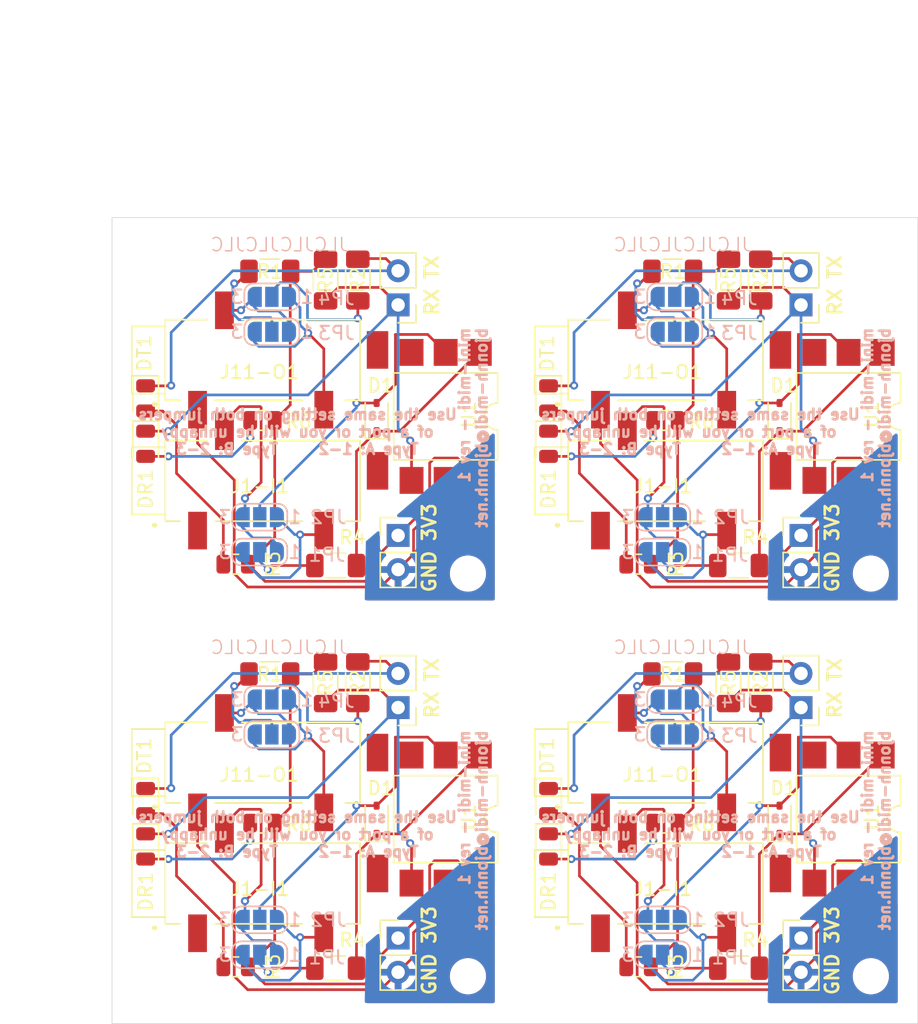
<source format=kicad_pcb>
(kicad_pcb (version 20240108) (generator "pcbnew") (generator_version "8.0")
  (layers (0 "F.Cu" signal) (31 "B.Cu" signal) (34 "B.Paste" user) (35 "F.Paste" user) (36 "B.SilkS" user "B.Silkscreen") (37 "F.SilkS" user "F.Silkscreen") (38 "B.Mask" user) (39 "F.Mask" user) (44 "Edge.Cuts" user))
  (net 0 "")
  (net 1 "Net-(D1-K)")
  (net 2 "Net-(D1-A)")
  (net 4 "Net-(JP1-B)")
  (net 5 "Net-(JP1-A)")
  (net 6 "Net-(JP3-A)")
  (net 7 "Net-(JP3-B)")
  (net 8 "Net-(JP3-C)")
  (net 9 "Net-(JP4-C)")
  (net 10 "Net-(JP1-C)")
  (net 11 "+3V3")
  (net 12 "/Midi Output 1/TX")
  (net 13 "/MIDI input 1/RX")
  (net 14 "GND")
  (net 18 "Net-(DR1-A)")
  (net 19 "Net-(DT1-A)")
  (footprint "Resistor_SMD:R_1206_3216Metric_Pad1.30x1.75mm_HandSolder" (layer "F.Cu") (at 130.75 112.975 180)
    (property "Reference" "R1")
    (property "Value" "33" (hide yes))
  )
  (footprint "Connector_PinHeader_2.54mm:PinHeader_1x02_P2.54mm_Vertical" (layer "F.Cu") (at 140.3 132.635)
    (property "Reference" "J1" (hide yes))
    (property "Value" "Conn_01x02_Pin" (hide yes))
  )
  (footprint "Connector_PinHeader_2.54mm:PinHeader_1x02_P2.54mm_Vertical" (layer "F.Cu") (at 170.3 132.635)
    (property "Reference" "J1" (hide yes))
    (property "Value" "Conn_01x02_Pin" (hide yes))
  )
  (footprint "MountingHole:MountingHole_2.2mm_M2" (layer "F.Cu") (at 175.5 82.5)
    (property "Reference" "REF**" (hide yes))
    (property "Value" "MountingHole_2.2mm_M2" (hide yes))
  )
  (footprint "MountingHole:MountingHole_2.2mm_M2" (layer "F.Cu") (at 145.5 112.475)
    (property "Reference" "REF**" (hide yes))
    (property "Value" "MountingHole_2.2mm_M2" (hide yes))
  )
  (footprint "Resistor_SMD:R_1206_3216Metric_Pad1.30x1.75mm_HandSolder" (layer "F.Cu") (at 165.65 104.9)
    (property "Reference" "R4")
    (property "Value" "220")
  )
  (footprint "Resistor_SMD:R_1206_3216Metric_Pad1.30x1.75mm_HandSolder" (layer "F.Cu") (at 160.75 112.975 180)
    (property "Reference" "R1")
    (property "Value" "33" (hide yes))
  )
  (footprint "Resistor_SMD:R_1206_3216Metric_Pad1.30x1.75mm_HandSolder" (layer "F.Cu") (at 164.9 113.625 90)
    (property "Reference" "R5")
    (property "Value" "470")
  )
  (footprint "Resistor_SMD:R_1206_3216Metric_Pad1.30x1.75mm_HandSolder" (layer "F.Cu") (at 137.3 83.65 -90)
    (property "Reference" "R2")
    (property "Value" "10")
  )
  (footprint "MountingHole:MountingHole_2.2mm_M2" (layer "F.Cu") (at 145.5 105.5)
    (property "Reference" "REF**" (hide yes))
    (property "Value" "MountingHole_2.2mm_M2" (hide yes))
  )
  (footprint "Resistor_SMD:R_1206_3216Metric_Pad1.30x1.75mm_HandSolder" (layer "F.Cu") (at 167.3 83.65 -90)
    (property "Reference" "R2")
    (property "Value" "10")
  )
  (footprint "Resistor_SMD:R_0805_2012Metric" (layer "F.Cu") (at 130.2 94.1 180)
    (property "Reference" "R6")
    (property "Value" "2.2K")
  )
  (footprint "MIDI_projects:CUI_SJ-3524-SMT" (layer "F.Cu") (at 126.468098 89.6)
    (property "Reference" "J11-O1")
    (property "Value" "SJ-3524-SMT" (hide yes))
  )
  (footprint "MIDI_projects:CUI_SJ-3524-SMT" (layer "F.Cu") (at 156.468098 128.575)
    (property "Reference" "J1-I1")
    (property "Value" "SJ-3524-SMT" (hide yes))
  )
  (footprint "Resistor_SMD:R_0805_2012Metric" (layer "F.Cu") (at 158.2 134.775 180)
    (property "Reference" "R3")
    (property "Value" "2.2K")
  )
  (footprint "MountingHole:MountingHole_2.2mm_M2" (layer "F.Cu") (at 152.5 82.5)
    (property "Reference" "REF**" (hide yes))
    (property "Value" "MountingHole_2.2mm_M2" (hide yes))
  )
  (footprint "Connector_PinHeader_2.54mm:PinHeader_1x02_P2.54mm_Vertical" (layer "F.Cu") (at 170.3 102.66)
    (property "Reference" "J1" (hide yes))
    (property "Value" "Conn_01x02_Pin" (hide yes))
  )
  (footprint "Resistor_SMD:R_0805_2012Metric" (layer "F.Cu") (at 128.2 134.775 180)
    (property "Reference" "R3")
    (property "Value" "2.2K")
  )
  (footprint "MountingHole:MountingHole_2.2mm_M2" (layer "F.Cu") (at 175.5 112.475)
    (property "Reference" "REF**" (hide yes))
    (property "Value" "MountingHole_2.2mm_M2" (hide yes))
  )
  (footprint "MIDI_projects:CUI_SJ-3524-SMT" (layer "F.Cu") (at 156.468098 119.575)
    (property "Reference" "J11-O1")
    (property "Value" "SJ-3524-SMT" (hide yes))
  )
  (footprint "MIDI_projects:CUI_SJ-3524-SMT" (layer "F.Cu") (at 156.468098 89.6)
    (property "Reference" "J11-O1")
    (property "Value" "SJ-3524-SMT" (hide yes))
  )
  (footprint "LED_SMD:LED_0805_2012Metric" (layer "F.Cu") (at 151.5 92.4625 -90)
    (property "Reference" "DT1")
    (property "Value" "LED" (hide yes))
  )
  (footprint "Resistor_SMD:R_0805_2012Metric" (layer "F.Cu") (at 130.2 124.075 180)
    (property "Reference" "R6")
    (property "Value" "2.2K")
  )
  (footprint "MIDI_projects:CUI_SJ-3524-SMT" (layer "F.Cu") (at 126.468098 98.6)
    (property "Reference" "J1-I1")
    (property "Value" "SJ-3524-SMT" (hide yes))
  )
  (footprint "MountingHole:MountingHole_2.2mm_M2" (layer "F.Cu") (at 175.5 135.475)
    (property "Reference" "REF**" (hide yes))
    (property "Value" "MountingHole_2.2mm_M2" (hide yes))
  )
  (footprint "MountingHole:MountingHole_2.2mm_M2" (layer "F.Cu") (at 145.5 82.5)
    (property "Reference" "REF**" (hide yes))
    (property "Value" "MountingHole_2.2mm_M2" (hide yes))
  )
  (footprint "MountingHole:MountingHole_2.2mm_M2" (layer "F.Cu") (at 122.5 105.5 180)
    (property "Reference" "REF**" (hide yes))
    (property "Value" "MountingHole_2.2mm_M2" (hide yes))
  )
  (footprint "Package_DIP:SMDIP-6_W9.53mm" (layer "F.Cu") (at 173.84 123.775 -90)
    (property "Reference" "U1")
    (property "Value" "H11L1")
  )
  (footprint "LED_SMD:LED_0805_2012Metric" (layer "F.Cu") (at 151.5 125.8125 -90)
    (property "Reference" "DR1")
    (property "Value" "LED" (hide yes))
  )
  (footprint "Resistor_SMD:R_1206_3216Metric_Pad1.30x1.75mm_HandSolder" (layer "F.Cu") (at 165.65 134.875)
    (property "Reference" "R4")
    (property "Value" "220")
  )
  (footprint "MountingHole:MountingHole_2.2mm_M2" (layer "F.Cu") (at 122.5 135.475 180)
    (property "Reference" "REF**" (hide yes))
    (property "Value" "MountingHole_2.2mm_M2" (hide yes))
  )
  (footprint "MIDI_projects:CUI_SJ-3524-SMT" (layer "F.Cu") (at 126.468098 128.575)
    (property "Reference" "J1-I1")
    (property "Value" "SJ-3524-SMT" (hide yes))
  )
  (footprint "Resistor_SMD:R_1206_3216Metric_Pad1.30x1.75mm_HandSolder" (layer "F.Cu") (at 130.75 83 180)
    (property "Reference" "R1")
    (property "Value" "33" (hide yes))
  )
  (footprint "MountingHole:MountingHole_2.2mm_M2" (layer "F.Cu") (at 122.5 82.5)
    (property "Reference" "REF**" (hide yes))
    (property "Value" "MountingHole_2.2mm_M2" (hide yes))
  )
  (footprint "MIDI_projects:CUI_SJ-3524-SMT" (layer "F.Cu") (at 126.468098 119.575)
    (property "Reference" "J11-O1")
    (property "Value" "SJ-3524-SMT" (hide yes))
  )
  (footprint "Resistor_SMD:R_1206_3216Metric_Pad1.30x1.75mm_HandSolder" (layer "F.Cu") (at 164.9 83.65 90)
    (property "Reference" "R5")
    (property "Value" "470")
  )
  (footprint "MountingHole:MountingHole_2.2mm_M2" (layer "F.Cu") (at 175.5 105.5)
    (property "Reference" "REF**" (hide yes))
    (property "Value" "MountingHole_2.2mm_M2" (hide yes))
  )
  (footprint "Resistor_SMD:R_0805_2012Metric" (layer "F.Cu") (at 128.2 104.8 180)
    (property "Reference" "R3")
    (property "Value" "2.2K")
  )
  (footprint "Resistor_SMD:R_1206_3216Metric_Pad1.30x1.75mm_HandSolder" (layer "F.Cu") (at 137.3 113.625 -90)
    (property "Reference" "R2")
    (property "Value" "10")
  )
  (footprint "Diode_SMD:D_SOD-323" (layer "F.Cu") (at 138.7 123.825 90)
    (property "Reference" "D1")
    (property "Value" "1N4148WS" (hide yes))
  )
  (footprint "Diode_SMD:D_SOD-323" (layer "F.Cu") (at 138.7 93.85 90)
    (property "Reference" "D1")
    (property "Value" "1N4148WS" (hide yes))
  )
  (footprint "Resistor_SMD:R_1206_3216Metric_Pad1.30x1.75mm_HandSolder" (layer "F.Cu") (at 135.65 134.875)
    (property "Reference" "R4")
    (property "Value" "220")
  )
  (footprint "Resistor_SMD:R_1206_3216Metric_Pad1.30x1.75mm_HandSolder" (layer "F.Cu") (at 134.9 113.625 90)
    (property "Reference" "R5")
    (property "Value" "470")
  )
  (footprint "MountingHole:MountingHole_2.2mm_M2" (layer "F.Cu") (at 122.5 112.475)
    (property "Reference" "REF**" (hide yes))
    (property "Value" "MountingHole_2.2mm_M2" (hide yes))
  )
  (footprint "Resistor_SMD:R_1206_3216Metric_Pad1.30x1.75mm_HandSolder" (layer "F.Cu") (at 160.75 83 180)
    (property "Reference" "R1")
    (property "Value" "33" (hide yes))
  )
  (footprint "Resistor_SMD:R_1206_3216Metric_Pad1.30x1.75mm_HandSolder" (layer "F.Cu") (at 167.3 113.625 -90)
    (property "Reference" "R2")
    (property "Value" "10")
  )
  (footprint "LED_SMD:LED_0805_2012Metric" (layer "F.Cu") (at 121.5 92.4625 -90)
    (property "Reference" "DT1")
    (property "Value" "LED" (hide yes))
  )
  (footprint "Package_DIP:SMDIP-6_W9.53mm" (layer "F.Cu") (at 143.84 93.8 -90)
    (property "Reference" "U1")
    (property "Value" "H11L1")
  )
  (footprint "Resistor_SMD:R_0805_2012Metric" (layer "F.Cu") (at 160.2 124.075 180)
    (property "Reference" "R6")
    (property "Value" "2.2K")
  )
  (footprint "MountingHole:MountingHole_2.2mm_M2" (layer "F.Cu") (at 152.5 112.475)
    (property "Reference" "REF**" (hide yes))
    (property "Value" "MountingHole_2.2mm_M2" (hide yes))
  )
  (footprint "LED_SMD:LED_0805_2012Metric" (layer "F.Cu") (at 121.5 125.8125 -90)
    (property "Reference" "DR1")
    (property "Value" "LED" (hide yes))
  )
  (footprint "Resistor_SMD:R_1206_3216Metric_Pad1.30x1.75mm_HandSolder" (layer "F.Cu") (at 134.9 83.65 90)
    (property "Reference" "R5")
    (property "Value" "470")
  )
  (footprint "MountingHole:MountingHole_2.2mm_M2" (layer "F.Cu") (at 152.5 105.5 180)
    (property "Reference" "REF**" (hide yes))
    (property "Value" "MountingHole_2.2mm_M2" (hide yes))
  )
  (footprint "Connector_PinHeader_2.54mm:PinHeader_1x02_P2.54mm_Vertical" (layer "F.Cu") (at 140.3 85.5 180)
    (property "Reference" "J2" (hide yes))
    (property "Value" "Conn_01x02_Pin" (hide yes))
  )
  (footprint "LED_SMD:LED_0805_2012Metric" (layer "F.Cu") (at 121.5 95.8375 -90)
    (property "Reference" "DR1")
    (property "Value" "LED" (hide yes))
  )
  (footprint "Diode_SMD:D_SOD-323" (layer "F.Cu") (at 168.7 93.85 90)
    (property "Reference" "D1")
    (property "Value" "1N4148WS" (hide yes))
  )
  (footprint "MountingHole:MountingHole_2.2mm_M2" (layer "F.Cu") (at 145.5 135.475)
    (property "Reference" "REF**" (hide yes))
    (property "Value" "MountingHole_2.2mm_M2" (hide yes))
  )
  (footprint "Resistor_SMD:R_0805_2012Metric" (layer "F.Cu") (at 158.2 104.8 180)
    (property "Reference" "R3")
    (property "Value" "2.2K")
  )
  (footprint "Connector_PinHeader_2.54mm:PinHeader_1x02_P2.54mm_Vertical" (layer "F.Cu") (at 170.3 115.475 180)
    (property "Reference" "J2" (hide yes))
    (property "Value" "Conn_01x02_Pin" (hide yes))
  )
  (footprint "Package_DIP:SMDIP-6_W9.53mm" (layer "F.Cu") (at 143.84 123.775 -90)
    (property "Reference" "U1")
    (property "Value" "H11L1")
  )
  (footprint "Package_DIP:SMDIP-6_W9.53mm" (layer "F.Cu") (at 173.84 93.8 -90)
    (property "Reference" "U1")
    (property "Value" "H11L1")
  )
  (footprint "Connector_PinHeader_2.54mm:PinHeader_1x02_P2.54mm_Vertical" (layer "F.Cu") (at 140.3 102.66)
    (property "Reference" "J1" (hide yes))
    (property "Value" "Conn_01x02_Pin" (hide yes))
  )
  (footprint "LED_SMD:LED_0805_2012Metric" (layer "F.Cu") (at 121.5 122.4375 -90)
    (property "Reference" "DT1")
    (property "Value" "LED" (hide yes))
  )
  (footprint "Resistor_SMD:R_0805_2012Metric" (layer "F.Cu") (at 160.2 94.1 180)
    (property "Reference" "R6")
    (property "Value" "2.2K")
  )
  (footprint "Diode_SMD:D_SOD-323" (layer "F.Cu") (at 168.7 123.825 90)
    (property "Reference" "D1")
    (property "Value" "1N4148WS" (hide yes))
  )
  (footprint "LED_SMD:LED_0805_2012Metric" (layer "F.Cu") (at 151.5 122.4375 -90)
    (property "Reference" "DT1")
    (property "Value" "LED" (hide yes))
  )
  (footprint "MountingHole:MountingHole_2.2mm_M2" (layer "F.Cu") (at 152.5 135.475 180)
    (property "Reference" "REF**" (hide yes))
    (property "Value" "MountingHole_2.2mm_M2" (hide yes))
  )
  (footprint "Connector_PinHeader_2.54mm:PinHeader_1x02_P2.54mm_Vertical" (layer "F.Cu") (at 170.3 85.5 180)
    (property "Reference" "J2" (hide yes))
    (property "Value" "Conn_01x02_Pin" (hide yes))
  )
  (footprint "Connector_PinHeader_2.54mm:PinHeader_1x02_P2.54mm_Vertical" (layer "F.Cu") (at 140.3 115.475 180)
    (property "Reference" "J2" (hide yes))
    (property "Value" "Conn_01x02_Pin" (hide yes))
  )
  (footprint "LED_SMD:LED_0805_2012Metric" (layer "F.Cu") (at 151.5 95.8375 -90)
    (property "Reference" "DR1")
    (property "Value" "LED" (hide yes))
  )
  (footprint "Resistor_SMD:R_1206_3216Metric_Pad1.30x1.75mm_HandSolder" (layer "F.Cu") (at 135.65 104.9)
    (property "Reference" "R4")
    (property "Value" "220")
  )
  (footprint "MIDI_projects:CUI_SJ-3524-SMT" (layer "F.Cu") (at 156.468098 98.6)
    (property "Reference" "J1-I1")
    (property "Value" "SJ-3524-SMT" (hide yes))
  )
  (footprint "Jumper:SolderJumper-3_P1.3mm_Open_RoundedPad1.0x1.5mm_NumberLabels" (layer "B.Cu") (at 160 101.3 180)
    (property "Reference" "JP2")
    (property "Value" "Type B Connect 2 and 3")
  )
  (footprint "Jumper:SolderJumper-3_P1.3mm_Open_RoundedPad1.0x1.5mm_NumberLabels" (layer "B.Cu") (at 160.9 84.9 180)
    (property "Reference" "JP4")
    (property "Value" "Type A connect 1 and 2")
  )
  (footprint "Jumper:SolderJumper-3_P1.3mm_Open_RoundedPad1.0x1.5mm_NumberLabels" (layer "B.Cu") (at 130 101.3 180)
    (property "Reference" "JP2")
    (property "Value" "Type B Connect 2 and 3")
  )
  (footprint "Jumper:SolderJumper-3_P1.3mm_Open_RoundedPad1.0x1.5mm_NumberLabels" (layer "B.Cu") (at 130.9 114.875 180)
    (property "Reference" "JP4")
    (property "Value" "Type A connect 1 and 2")
  )
  (footprint "Jumper:SolderJumper-3_P1.3mm_Open_RoundedPad1.0x1.5mm_NumberLabels" (layer "B.Cu") (at 130.9 87.5 180)
    (property "Reference" "JP3")
    (property "Value" "Type A/B")
  )
  (footprint "Jumper:SolderJumper-3_P1.3mm_Open_RoundedPad1.0x1.5mm_NumberLabels" (layer "B.Cu") (at 130 103.9 180)
    (property "Reference" "JP1")
    (property "Value" "Type A/B")
  )
  (footprint "Jumper:SolderJumper-3_P1.3mm_Open_RoundedPad1.0x1.5mm_NumberLabels" (layer "B.Cu") (at 160 131.275 180)
    (property "Reference" "JP2")
    (property "Value" "Type B Connect 2 and 3")
  )
  (footprint "Jumper:SolderJumper-3_P1.3mm_Open_RoundedPad1.0x1.5mm_NumberLabels" (layer "B.Cu") (at 160.9 117.475 180)
    (property "Reference" "JP3")
    (property "Value" "Type A/B")
  )
  (footprint "Jumper:SolderJumper-3_P1.3mm_Open_RoundedPad1.0x1.5mm_NumberLabels" (layer "B.Cu") (at 130 133.875 180)
    (property "Reference" "JP1")
    (property "Value" "Type A/B")
  )
  (footprint "Jumper:SolderJumper-3_P1.3mm_Open_RoundedPad1.0x1.5mm_NumberLabels" (layer "B.Cu") (at 160.9 114.875 180)
    (property "Reference" "JP4")
    (property "Value" "Type A connect 1 and 2")
  )
  (footprint "Jumper:SolderJumper-3_P1.3mm_Open_RoundedPad1.0x1.5mm_NumberLabels" (layer "B.Cu") (at 130.9 84.9 180)
    (property "Reference" "JP4")
    (property "Value" "Type A connect 1 and 2")
  )
  (footprint "Jumper:SolderJumper-3_P1.3mm_Open_RoundedPad1.0x1.5mm_NumberLabels" (layer "B.Cu") (at 160 103.9 180)
    (property "Reference" "JP1")
    (property "Value" "Type A/B")
  )
  (footprint "Jumper:SolderJumper-3_P1.3mm_Open_RoundedPad1.0x1.5mm_NumberLabels" (layer "B.Cu") (at 130.9 117.475 180)
    (property "Reference" "JP3")
    (property "Value" "Type A/B")
  )
  (footprint "Jumper:SolderJumper-3_P1.3mm_Open_RoundedPad1.0x1.5mm_NumberLabels" (layer "B.Cu") (at 130 131.275 180)
    (property "Reference" "JP2")
    (property "Value" "Type B Connect 2 and 3")
  )
  (footprint "Jumper:SolderJumper-3_P1.3mm_Open_RoundedPad1.0x1.5mm_NumberLabels" (layer "B.Cu") (at 160 133.875 180)
    (property "Reference" "JP1")
    (property "Value" "Type A/B")
  )
  (footprint "Jumper:SolderJumper-3_P1.3mm_Open_RoundedPad1.0x1.5mm_NumberLabels" (layer "B.Cu") (at 160.9 87.5 180)
    (property "Reference" "JP3")
    (property "Value" "Type A/B")
  )
  (gr_rect (start 119 79) (end 179 139) (stroke (width 0.05)) (fill none) (layer "Edge.Cuts"))
  (gr_text "JLCJLCJLCJLC" (at 166.685716 81.6 -0) (layer "B.SilkS") (effects (font (size 1 1) (thickness 0.1)) (justify left bottom mirror)))
  (gr_text "JLCJLCJLCJLC" (at 166.685716 111.575 -0) (layer "B.SilkS") (effects (font (size 1 1) (thickness 0.1)) (justify left bottom mirror)))
  (gr_text "JLCJLCJLCJLC" (at 136.685716 111.575 -0) (layer "B.SilkS") (effects (font (size 1 1) (thickness 0.1)) (justify left bottom mirror)))
  (gr_text "Use the same setting on both jumpers\nof a port or you will be unhappy\nType A: 1-2     Type B: 2-3" (at 162.8 126.675 0) (layer "B.SilkS") (effects (font (size 0.8 0.8) (thickness 0.2) (bold yes)) (justify bottom mirror)))
  (gr_text "mini-midi - rev 1\nbjonnh-midi@bjonnh.net" (at 177 87.1 90) (layer "B.SilkS") (effects (font (size 0.8 0.8) (thickness 0.2) (bold yes)) (justify left bottom mirror)))
  (gr_text "mini-midi - rev 1\nbjonnh-midi@bjonnh.net" (at 177 117.075 90) (layer "B.SilkS") (effects (font (size 0.8 0.8) (thickness 0.2) (bold yes)) (justify left bottom mirror)))
  (gr_text "mini-midi - rev 1\nbjonnh-midi@bjonnh.net" (at 147 87.1 90) (layer "B.SilkS") (effects (font (size 0.8 0.8) (thickness 0.2) (bold yes)) (justify left bottom mirror)))
  (gr_text "JLCJLCJLCJLC" (at 136.685716 81.6 -0) (layer "B.SilkS") (effects (font (size 1 1) (thickness 0.1)) (justify left bottom mirror)))
  (gr_text "mini-midi - rev 1\nbjonnh-midi@bjonnh.net" (at 147 117.075 90) (layer "B.SilkS") (effects (font (size 0.8 0.8) (thickness 0.2) (bold yes)) (justify left bottom mirror)))
  (gr_text "Use the same setting on both jumpers\nof a port or you will be unhappy\nType A: 1-2     Type B: 2-3" (at 162.8 96.7 0) (layer "B.SilkS") (effects (font (size 0.8 0.8) (thickness 0.2) (bold yes)) (justify bottom mirror)))
  (gr_text "Use the same setting on both jumpers\nof a port or you will be unhappy\nType A: 1-2     Type B: 2-3" (at 132.8 96.7 0) (layer "B.SilkS") (effects (font (size 0.8 0.8) (thickness 0.2) (bold yes)) (justify bottom mirror)))
  (gr_text "Use the same setting on both jumpers\nof a port or you will be unhappy\nType A: 1-2     Type B: 2-3" (at 132.8 126.675 0) (layer "B.SilkS") (effects (font (size 0.8 0.8) (thickness 0.2) (bold yes)) (justify bottom mirror)))
  (gr_text "GND 3V3" (at 173.2 136.975 90) (layer "F.SilkS") (effects (font (size 1 1) (thickness 0.2) (bold yes)) (justify left bottom)))
  (gr_text "GND 3V3" (at 143.2 107 90) (layer "F.SilkS") (effects (font (size 1 1) (thickness 0.2) (bold yes)) (justify left bottom)))
  (gr_text "RX TX" (at 143.4 116.375 90) (layer "F.SilkS") (effects (font (size 1 1) (thickness 0.2) (bold yes)) (justify left bottom)))
  (gr_text "GND 3V3" (at 173.2 107 90) (layer "F.SilkS") (effects (font (size 1 1) (thickness 0.2) (bold yes)) (justify left bottom)))
  (gr_text "GND 3V3" (at 143.2 136.975 90) (layer "F.SilkS") (effects (font (size 1 1) (thickness 0.2) (bold yes)) (justify left bottom)))
  (gr_text "RX TX" (at 143.4 86.4 90) (layer "F.SilkS") (effects (font (size 1 1) (thickness 0.2) (bold yes)) (justify left bottom)))
  (gr_text "RX TX" (at 173.4 116.375 90) (layer "F.SilkS") (effects (font (size 1 1) (thickness 0.2) (bold yes)) (justify left bottom)))
  (gr_text "RX TX" (at 173.4 86.4 90) (layer "F.SilkS") (effects (font (size 1 1) (thickness 0.2) (bold yes)) (justify left bottom)))
  (segment (start 140.434314 94.9) (end 146.299314 89.035) (width 0.2) (layer "F.Cu") (net 1))
  (segment (start 137.2 104.9) (end 137.2 96.4) (width 0.2) (layer "F.Cu") (net 1))
  (segment (start 138.7 124.875) (end 140.434314 124.875) (width 0.2) (layer "F.Cu") (net 1))
  (segment (start 170.434314 94.9) (end 176.299314 89.035) (width 0.2) (layer "F.Cu") (net 1))
  (segment (start 168.7 94.9) (end 170.434314 94.9) (width 0.2) (layer "F.Cu") (net 1))
  (segment (start 167.2 126.375) (end 168.7 124.875) (width 0.2) (layer "F.Cu") (net 1))
  (segment (start 167.2 104.9) (end 167.2 96.4) (width 0.2) (layer "F.Cu") (net 1))
  (segment (start 140.434314 124.875) (end 146.299314 119.01) (width 0.2) (layer "F.Cu") (net 1))
  (segment (start 137.2 126.375) (end 138.7 124.875) (width 0.2) (layer "F.Cu") (net 1))
  (segment (start 170.434314 124.875) (end 176.299314 119.01) (width 0.2) (layer "F.Cu") (net 1))
  (segment (start 137.2 134.875) (end 137.2 126.375) (width 0.2) (layer "F.Cu") (net 1))
  (segment (start 176.299314 89.035) (end 176.38 89.035) (width 0.2) (layer "F.Cu") (net 1))
  (segment (start 167.2 134.875) (end 167.2 126.375) (width 0.2) (layer "F.Cu") (net 1))
  (segment (start 138.7 94.9) (end 140.434314 94.9) (width 0.2) (layer "F.Cu") (net 1))
  (segment (start 146.299314 89.035) (end 146.38 89.035) (width 0.2) (layer "F.Cu") (net 1))
  (segment (start 168.7 124.875) (end 170.434314 124.875) (width 0.2) (layer "F.Cu") (net 1))
  (segment (start 146.299314 119.01) (end 146.38 119.01) (width 0.2) (layer "F.Cu") (net 1))
  (segment (start 167.2 96.4) (end 168.7 94.9) (width 0.2) (layer "F.Cu") (net 1))
  (segment (start 137.2 96.4) (end 138.7 94.9) (width 0.2) (layer "F.Cu") (net 1))
  (segment (start 176.299314 119.01) (end 176.38 119.01) (width 0.2) (layer "F.Cu") (net 1))
  (segment (start 137.2 122.775) (end 138.7 122.775) (width 0.2) (layer "F.Cu") (net 2))
  (segment (start 138.7 122.775) (end 140.1 121.375) (width 0.2) (layer "F.Cu") (net 2))
  (segment (start 170.1 91.4) (end 170.1 87.7) (width 0.2) (layer "F.Cu") (net 2))
  (segment (start 170.1 87.7) (end 172.505 87.7) (width 0.2) (layer "F.Cu") (net 2))
  (segment (start 168.7 92.8) (end 170.1 91.4) (width 0.2) (layer "F.Cu") (net 2))
  (segment (start 140.1 121.375) (end 140.1 117.675) (width 0.2) (layer "F.Cu") (net 2))
  (segment (start 142.505 87.7) (end 143.84 89.035) (width 0.2) (layer "F.Cu") (net 2))
  (segment (start 167.2 122.775) (end 168.7 122.775) (width 0.2) (layer "F.Cu") (net 2))
  (segment (start 170.1 121.375) (end 170.1 117.675) (width 0.2) (layer "F.Cu") (net 2))
  (segment (start 140.1 91.4) (end 140.1 87.7) (width 0.2) (layer "F.Cu") (net 2))
  (segment (start 138.7 92.8) (end 140.1 91.4) (width 0.2) (layer "F.Cu") (net 2))
  (segment (start 137.2 92.8) (end 138.7 92.8) (width 0.2) (layer "F.Cu") (net 2))
  (segment (start 140.1 87.7) (end 142.505 87.7) (width 0.2) (layer "F.Cu") (net 2))
  (segment (start 172.505 117.675) (end 173.84 119.01) (width 0.2) (layer "F.Cu") (net 2))
  (segment (start 170.1 117.675) (end 172.505 117.675) (width 0.2) (layer "F.Cu") (net 2))
  (segment (start 172.505 87.7) (end 173.84 89.035) (width 0.2) (layer "F.Cu") (net 2))
  (segment (start 167.2 92.8) (end 168.7 92.8) (width 0.2) (layer "F.Cu") (net 2))
  (segment (start 142.505 117.675) (end 143.84 119.01) (width 0.2) (layer "F.Cu") (net 2))
  (segment (start 140.1 117.675) (end 142.505 117.675) (width 0.2) (layer "F.Cu") (net 2))
  (segment (start 168.7 122.775) (end 170.1 121.375) (width 0.2) (layer "F.Cu") (net 2))
  (via (at 137.2 122.775) (size 0.6) (drill 0.3) (layers "F.Cu" "B.Cu") (net 2))
  (via (at 167.2 122.775) (size 0.6) (drill 0.3) (layers "F.Cu" "B.Cu") (net 2))
  (via (at 167.2 92.8) (size 0.6) (drill 0.3) (layers "F.Cu" "B.Cu") (net 2))
  (via (at 137.2 92.8) (size 0.6) (drill 0.3) (layers "F.Cu" "B.Cu") (net 2))
  (segment (start 167.2 123.125) (end 167.2 122.775) (width 0.2) (layer "B.Cu") (net 2))
  (segment (start 130 130.325) (end 137.2 123.125) (width 0.2) (layer "B.Cu") (net 2))
  (segment (start 137.2 123.125) (end 137.2 122.775) (width 0.2) (layer "B.Cu") (net 2))
  (segment (start 167.2 93.15) (end 167.2 92.8) (width 0.2) (layer "B.Cu") (net 2))
  (segment (start 160 130.325) (end 167.2 123.125) (width 0.2) (layer "B.Cu") (net 2))
  (segment (start 160 101.3) (end 160 100.35) (width 0.2) (layer "B.Cu") (net 2))
  (segment (start 130 131.275) (end 130 130.325) (width 0.2) (layer "B.Cu") (net 2))
  (segment (start 160 100.35) (end 167.2 93.15) (width 0.2) (layer "B.Cu") (net 2))
  (segment (start 160 131.275) (end 160 130.325) (width 0.2) (layer "B.Cu") (net 2))
  (segment (start 130 101.3) (end 130 100.35) (width 0.2) (layer "B.Cu") (net 2))
  (segment (start 137.2 93.15) (end 137.2 92.8) (width 0.2) (layer "B.Cu") (net 2))
  (segment (start 130 100.35) (end 137.2 93.15) (width 0.2) (layer "B.Cu") (net 2))
  (segment (start 164.468098 132.575) (end 164.768098 132.275) (width 0.2) (layer "F.Cu") (net 4))
  (segment (start 164.468098 102.6) (end 164.768098 102.3) (width 0.2) (layer "F.Cu") (net 4))
  (segment (start 163 102.6) (end 164.468098 102.6) (width 0.2) (layer "F.Cu") (net 4))
  (segment (start 133 132.575) (end 134.468098 132.575) (width 0.2) (layer "F.Cu") (net 4))
  (segment (start 134.468098 102.6) (end 134.768098 102.3) (width 0.2) (layer "F.Cu") (net 4))
  (segment (start 134.468098 132.575) (end 134.768098 132.275) (width 0.2) (layer "F.Cu") (net 4))
  (segment (start 163 132.575) (end 164.468098 132.575) (width 0.2) (layer "F.Cu") (net 4))
  (segment (start 133 102.6) (end 134.468098 102.6) (width 0.2) (layer "F.Cu") (net 4))
  (via (at 163 132.575) (size 0.6) (drill 0.3) (layers "F.Cu" "B.Cu") (net 4))
  (via (at 133 132.575) (size 0.6) (drill 0.3) (layers "F.Cu" "B.Cu") (net 4))
  (via (at 163 102.6) (size 0.6) (drill 0.3) (layers "F.Cu" "B.Cu") (net 4))
  (via (at 133 102.6) (size 0.6) (drill 0.3) (layers "F.Cu" "B.Cu") (net 4))
  (segment (start 131.3 101.3) (end 132.6 102.6) (width 0.2) (layer "B.Cu") (net 4))
  (segment (start 158.7 104.45) (end 160.05 105.8) (width 0.2) (layer "B.Cu") (net 4))
  (segment (start 128.7 103.9) (end 128.7 104.45) (width 0.2) (layer "B.Cu") (net 4))
  (segment (start 130.05 105.8) (end 132.248529 105.8) (width 0.2) (layer "B.Cu") (net 4))
  (segment (start 162.248529 135.775) (end 163 135.023529) (width 0.2) (layer "B.Cu") (net 4))
  (segment (start 162.6 132.575) (end 163 132.575) (width 0.2) (layer "B.Cu") (net 4))
  (segment (start 131.3 131.275) (end 132.6 132.575) (width 0.2) (layer "B.Cu") (net 4))
  (segment (start 128.7 133.875) (end 128.7 134.425) (width 0.2) (layer "B.Cu") (net 4))
  (segment (start 130.05 135.775) (end 132.248529 135.775) (width 0.2) (layer "B.Cu") (net 4))
  (segment (start 132.6 132.575) (end 133 132.575) (width 0.2) (layer "B.Cu") (net 4))
  (segment (start 158.7 133.875) (end 158.7 134.425) (width 0.2) (layer "B.Cu") (net 4))
  (segment (start 128.7 104.45) (end 130.05 105.8) (width 0.2) (layer "B.Cu") (net 4))
  (segment (start 160.05 135.775) (end 162.248529 135.775) (width 0.2) (layer "B.Cu") (net 4))
  (segment (start 132.6 102.6) (end 133 102.6) (width 0.2) (layer "B.Cu") (net 4))
  (segment (start 128.7 134.425) (end 130.05 135.775) (width 0.2) (layer "B.Cu") (net 4))
  (segment (start 162.6 102.6) (end 163 102.6) (width 0.2) (layer "B.Cu") (net 4))
  (segment (start 161.3 131.275) (end 162.6 132.575) (width 0.2) (layer "B.Cu") (net 4))
  (segment (start 160.05 105.8) (end 162.248529 105.8) (width 0.2) (layer "B.Cu") (net 4))
  (segment (start 158.7 134.425) (end 160.05 135.775) (width 0.2) (layer "B.Cu") (net 4))
  (segment (start 132.248529 135.775) (end 133 135.023529) (width 0.2) (layer "B.Cu") (net 4))
  (segment (start 158.7 103.9) (end 158.7 104.45) (width 0.2) (layer "B.Cu") (net 4))
  (segment (start 163 105.048529) (end 163 102.6) (width 0.2) (layer "B.Cu") (net 4))
  (segment (start 132.248529 105.8) (end 133 105.048529) (width 0.2) (layer "B.Cu") (net 4))
  (segment (start 162.248529 105.8) (end 163 105.048529) (width 0.2) (layer "B.Cu") (net 4))
  (segment (start 133 135.023529) (end 133 132.575) (width 0.2) (layer "B.Cu") (net 4))
  (segment (start 161.3 101.3) (end 162.6 102.6) (width 0.2) (layer "B.Cu") (net 4))
  (segment (start 163 135.023529) (end 163 132.575) (width 0.2) (layer "B.Cu") (net 4))
  (segment (start 133 105.048529) (end 133 102.6) (width 0.2) (layer "B.Cu") (net 4))
  (segment (start 160.1 123.114641) (end 160.1 128.675) (width 0.2) (layer "F.Cu") (net 5))
  (segment (start 160.1 93.139641) (end 160.1 98.7) (width 0.2) (layer "F.Cu") (net 5))
  (segment (start 158.498706 93.069392) (end 160.029751 93.069392) (width 0.2) (layer "F.Cu") (net 5))
  (segment (start 128.498706 93.069392) (end 130.029751 93.069392) (width 0.2) (layer "F.Cu") (net 5))
  (segment (start 127.368098 124.175) (end 128.498706 123.044392) (width 0.2) (layer "F.Cu") (net 5))
  (segment (start 127.368098 124.875) (end 127.368098 124.175) (width 0.2) (layer "F.Cu") (net 5))
  (segment (start 127.368098 94.2) (end 128.498706 93.069392) (width 0.2) (layer "F.Cu") (net 5))
  (segment (start 130.1 93.139641) (end 130.1 98.7) (width 0.2) (layer "F.Cu") (net 5))
  (segment (start 128.498706 123.044392) (end 130.029751 123.044392) (width 0.2) (layer "F.Cu") (net 5))
  (segment (start 157.368098 124.175) (end 158.498706 123.044392) (width 0.2) (layer "F.Cu") (net 5))
  (segment (start 160.1 98.7) (end 158.9 99.9) (width 0.2) (layer "F.Cu") (net 5))
  (segment (start 158.498706 123.044392) (end 160.029751 123.044392) (width 0.2) (layer "F.Cu") (net 5))
  (segment (start 160.029751 93.069392) (end 160.1 93.139641) (width 0.2) (layer "F.Cu") (net 5))
  (segment (start 130.029751 123.044392) (end 130.1 123.114641) (width 0.2) (layer "F.Cu") (net 5))
  (segment (start 130.029751 93.069392) (end 130.1 93.139641) (width 0.2) (layer "F.Cu") (net 5))
  (segment (start 130.1 98.7) (end 128.9 99.9) (width 0.2) (layer "F.Cu") (net 5))
  (segment (start 130.1 123.114641) (end 130.1 128.675) (width 0.2) (layer "F.Cu") (net 5))
  (segment (start 157.368098 94.2) (end 158.498706 93.069392) (width 0.2) (layer "F.Cu") (net 5))
  (segment (start 157.368098 124.875) (end 157.368098 124.175) (width 0.2) (layer "F.Cu") (net 5))
  (segment (start 127.368098 94.9) (end 127.368098 94.2) (width 0.2) (layer "F.Cu") (net 5))
  (segment (start 130.1 128.675) (end 128.9 129.875) (width 0.2) (layer "F.Cu") (net 5))
  (segment (start 160.029751 123.044392) (end 160.1 123.114641) (width 0.2) (layer "F.Cu") (net 5))
  (segment (start 157.368098 94.9) (end 157.368098 94.2) (width 0.2) (layer "F.Cu") (net 5))
  (segment (start 160.1 128.675) (end 158.9 129.875) (width 0.2) (layer "F.Cu") (net 5))
  (via (at 128.9 99.9) (size 0.6) (drill 0.3) (layers "F.Cu" "B.Cu") (net 5))
  (via (at 158.9 129.875) (size 0.6) (drill 0.3) (layers "F.Cu" "B.Cu") (net 5))
  (via (at 158.9 99.9) (size 0.6) (drill 0.3) (layers "F.Cu" "B.Cu") (net 5))
  (via (at 128.9 129.875) (size 0.6) (drill 0.3) (layers "F.Cu" "B.Cu") (net 5))
  (segment (start 131.3 103.35) (end 131.3 103.9) (width 0.2) (layer "B.Cu") (net 5))
  (segment (start 130.8 132.825) (end 131.3 133.325) (width 0.2) (layer "B.Cu") (net 5))
  (segment (start 158.7 131.275) (end 158.7 132.03) (width 0.2) (layer "B.Cu") (net 5))
  (segment (start 159.495 102.85) (end 160.8 102.85) (width 0.2) (layer "B.Cu") (net 5))
  (segment (start 128.7 101.3) (end 128.7 102.055) (width 0.2) (layer "B.Cu") (net 5))
  (segment (start 158.9 129.875) (end 158.9 131.075) (width 0.2) (layer "B.Cu") (net 5))
  (segment (start 158.7 132.03) (end 159.495 132.825) (width 0.2) (layer "B.Cu") (net 5))
  (segment (start 158.7 101.3) (end 158.7 102.055) (width 0.2) (layer "B.Cu") (net 5))
  (segment (start 128.9 99.9) (end 128.9 101.1) (width 0.2) (layer "B.Cu") (net 5))
  (segment (start 128.7 102.055) (end 129.495 102.85) (width 0.2) (layer "B.Cu") (net 5))
  (segment (start 159.495 132.825) (end 160.8 132.825) (width 0.2) (layer "B.Cu") (net 5))
  (segment (start 158.9 99.9) (end 158.9 101.1) (width 0.2) (layer "B.Cu") (net 5))
  (segment (start 130.8 102.85) (end 131.3 103.35) (width 0.2) (layer "B.Cu") (net 5))
  (segment (start 128.9 129.875) (end 128.9 131.075) (width 0.2) (layer "B.Cu") (net 5))
  (segment (start 160.8 132.825) (end 161.3 133.325) (width 0.2) (layer "B.Cu") (net 5))
  (segment (start 161.3 133.325) (end 161.3 133.875) (width 0.2) (layer "B.Cu") (net 5))
  (segment (start 131.3 133.325) (end 131.3 133.875) (width 0.2) (layer "B.Cu") (net 5))
  (segment (start 128.7 131.275) (end 128.7 132.03) (width 0.2) (layer "B.Cu") (net 5))
  (segment (start 158.7 102.055) (end 159.495 102.85) (width 0.2) (layer "B.Cu") (net 5))
  (segment (start 129.495 102.85) (end 130.8 102.85) (width 0.2) (layer "B.Cu") (net 5))
  (segment (start 158.9 131.075) (end 158.7 131.275) (width 0.2) (layer "B.Cu") (net 5))
  (segment (start 161.3 103.35) (end 161.3 103.9) (width 0.2) (layer "B.Cu") (net 5))
  (segment (start 128.7 132.03) (end 129.495 132.825) (width 0.2) (layer "B.Cu") (net 5))
  (segment (start 158.9 101.1) (end 158.7 101.3) (width 0.2) (layer "B.Cu") (net 5))
  (segment (start 128.9 131.075) (end 128.7 131.275) (width 0.2) (layer "B.Cu") (net 5))
  (segment (start 129.495 132.825) (end 130.8 132.825) (width 0.2) (layer "B.Cu") (net 5))
  (segment (start 160.8 102.85) (end 161.3 103.35) (width 0.2) (layer "B.Cu") (net 5))
  (segment (start 128.9 101.1) (end 128.7 101.3) (width 0.2) (layer "B.Cu") (net 5))
  (segment (start 127.368098 85.9) (end 128.6 85.9) (width 0.2) (layer "F.Cu") (net 6))
  (segment (start 127.368098 115.875) (end 128.6 115.875) (width 0.2) (layer "F.Cu") (net 6))
  (segment (start 157.368098 85.9) (end 158.6 85.9) (width 0.2) (layer "F.Cu") (net 6))
  (segment (start 157.368098 115.875) (end 158.6 115.875) (width 0.2) (layer "F.Cu") (net 6))
  (via (at 128.6 85.9) (size 0.6) (drill 0.3) (layers "F.Cu" "B.Cu") (net 6))
  (via (at 158.6 85.9) (size 0.6) (drill 0.3) (layers "F.Cu" "B.Cu") (net 6))
  (via (at 158.6 115.875) (size 0.6) (drill 0.3) (layers "F.Cu" "B.Cu") (net 6))
  (via (at 128.6 115.875) (size 0.6) (drill 0.3) (layers "F.Cu" "B.Cu") (net 6))
  (segment (start 128.6 115.875) (end 129.6 114.875) (width 0.2) (layer "B.Cu") (net 6))
  (segment (start 162.2 87.5) (end 162.2 86.745) (width 0.2) (layer "B.Cu") (net 6))
  (segment (start 159.6 115.63) (end 159.6 114.875) (width 0.2) (layer "B.Cu") (net 6))
  (segment (start 132.2 117.475) (end 132.2 116.72) (width 0.2) (layer "B.Cu") (net 6))
  (segment (start 159.6 85.655) (end 159.6 84.9) (width 0.2) (layer "B.Cu") (net 6))
  (segment (start 129.6 85.655) (end 129.6 84.9) (width 0.2) (layer "B.Cu") (net 6))
  (segment (start 132.2 116.72) (end 131.405 115.925) (width 0.2) (layer "B.Cu") (net 6))
  (segment (start 128.6 85.9) (end 129.6 84.9) (width 0.2) (layer "B.Cu") (net 6))
  (segment (start 162.2 86.745) (end 161.405 85.95) (width 0.2) (layer "B.Cu") (net 6))
  (segment (start 129.895 115.925) (end 129.6 115.63) (width 0.2) (layer "B.Cu") (net 6))
  (segment (start 131.405 115.925) (end 129.895 115.925) (width 0.2) (layer "B.Cu") (net 6))
  (segment (start 161.405 85.95) (end 159.895 85.95) (width 0.2) (layer "B.Cu") (net 6))
  (segment (start 129.895 85.95) (end 129.6 85.655) (width 0.2) (layer "B.Cu") (net 6))
  (segment (start 158.6 115.875) (end 159.6 114.875) (width 0.2) (layer "B.Cu") (net 6))
  (segment (start 131.405 85.95) (end 129.895 85.95) (width 0.2) (layer "B.Cu") (net 6))
  (segment (start 162.2 117.475) (end 162.2 116.72) (width 0.2) (layer "B.Cu") (net 6))
  (segment (start 159.895 85.95) (end 159.6 85.655) (width 0.2) (layer "B.Cu") (net 6))
  (segment (start 161.405 115.925) (end 159.895 115.925) (width 0.2) (layer "B.Cu") (net 6))
  (segment (start 158.6 85.9) (end 159.6 84.9) (width 0.2) (layer "B.Cu") (net 6))
  (segment (start 132.2 87.5) (end 132.2 86.745) (width 0.2) (layer "B.Cu") (net 6))
  (segment (start 129.6 115.63) (end 129.6 114.875) (width 0.2) (layer "B.Cu") (net 6))
  (segment (start 159.895 115.925) (end 159.6 115.63) (width 0.2) (layer "B.Cu") (net 6))
  (segment (start 162.2 116.72) (end 161.405 115.925) (width 0.2) (layer "B.Cu") (net 6))
  (segment (start 132.2 86.745) (end 131.405 85.95) (width 0.2) (layer "B.Cu") (net 6))
  (segment (start 134.768098 118.743098) (end 133.6 117.575) (width 0.2) (layer "F.Cu") (net 7))
  (segment (start 134.768098 93.3) (end 134.768098 88.768098) (width 0.2) (layer "F.Cu") (net 7))
  (segment (start 164.768098 123.275) (end 164.768098 118.743098) (width 0.2) (layer "F.Cu") (net 7))
  (segment (start 164.768098 93.3) (end 164.768098 88.768098) (width 0.2) (layer "F.Cu") (net 7))
  (segment (start 134.768098 88.768098) (end 133.6 87.6) (width 0.2) (layer "F.Cu") (net 7))
  (segment (start 164.768098 118.743098) (end 163.6 117.575) (width 0.2) (layer "F.Cu") (net 7))
  (segment (start 164.768098 88.768098) (end 163.6 87.6) (width 0.2) (layer "F.Cu") (net 7))
  (segment (start 134.768098 123.275) (end 134.768098 118.743098) (width 0.2) (layer "F.Cu") (net 7))
  (via (at 163.6 87.6) (size 0.6) (drill 0.3) (layers "F.Cu" "B.Cu") (net 7))
  (via (at 133.6 87.6) (size 0.6) (drill 0.3) (layers "F.Cu" "B.Cu") (net 7))
  (via (at 163.6 117.575) (size 0.6) (drill 0.3) (layers "F.Cu" "B.Cu") (net 7))
  (via (at 133.6 117.575) (size 0.6) (drill 0.3) (layers "F.Cu" "B.Cu") (net 7))
  (segment (start 129.6 87.5) (end 129.6 88.255) (width 0.2) (layer "B.Cu") (net 7))
  (segment (start 163 85.7) (end 162.2 84.9) (width 0.2) (layer "B.Cu") (net 7))
  (segment (start 159.6 118.23) (end 159.930521 118.560521) (width 0.2) (layer "B.Cu") (net 7))
  (segment (start 129.6 117.475) (end 129.6 118.23) (width 0.2) (layer "B.Cu") (net 7))
  (segment (start 129.930521 88.585521) (end 132.614479 88.585521) (width 0.2) (layer "B.Cu") (net 7))
  (segment (start 129.930521 118.560521) (end 132.614479 118.560521) (width 0.2) (layer "B.Cu") (net 7))
  (segment (start 163.6 87.6) (end 163 87) (width 0.2) (layer "B.Cu") (net 7))
  (segment (start 133 115.675) (end 132.2 114.875) (width 0.2) (layer "B.Cu") (net 7))
  (segment (start 132.614479 118.560521) (end 133.6 117.575) (width 0.2) (layer "B.Cu") (net 7))
  (segment (start 163 87) (end 163 85.7) (width 0.2) (layer "B.Cu") (net 7))
  (segment (start 163 115.675) (end 162.2 114.875) (width 0.2) (layer "B.Cu") (net 7))
  (segment (start 159.930521 118.560521) (end 162.614479 118.560521) (width 0.2) (layer "B.Cu") (net 7))
  (segment (start 133.6 87.6) (end 133 87) (width 0.2) (layer "B.Cu") (net 7))
  (segment (start 129.6 118.23) (end 129.930521 118.560521) (width 0.2) (layer "B.Cu") (net 7))
  (segment (start 129.6 88.255) (end 129.930521 88.585521) (width 0.2) (layer "B.Cu") (net 7))
  (segment (start 163 116.975) (end 163 115.675) (width 0.2) (layer "B.Cu") (net 7))
  (segment (start 159.6 117.475) (end 159.6 118.23) (width 0.2) (layer "B.Cu") (net 7))
  (segment (start 159.6 87.5) (end 159.6 88.255) (width 0.2) (layer "B.Cu") (net 7))
  (segment (start 162.614479 88.585521) (end 163.6 87.6) (width 0.2) (layer "B.Cu") (net 7))
  (segment (start 133 116.975) (end 133 115.675) (width 0.2) (layer "B.Cu") (net 7))
  (segment (start 159.6 88.255) (end 159.930521 88.585521) (width 0.2) (layer "B.Cu") (net 7))
  (segment (start 133 85.7) (end 132.2 84.9) (width 0.2) (layer "B.Cu") (net 7))
  (segment (start 133 87) (end 133 85.7) (width 0.2) (layer "B.Cu") (net 7))
  (segment (start 132.614479 88.585521) (end 133.6 87.6) (width 0.2) (layer "B.Cu") (net 7))
  (segment (start 133.6 117.575) (end 133 116.975) (width 0.2) (layer "B.Cu") (net 7))
  (segment (start 159.930521 88.585521) (end 162.614479 88.585521) (width 0.2) (layer "B.Cu") (net 7))
  (segment (start 162.614479 118.560521) (end 163.6 117.575) (width 0.2) (layer "B.Cu") (net 7))
  (segment (start 163.6 117.575) (end 163 116.975) (width 0.2) (layer "B.Cu") (net 7))
  (segment (start 128.3 113.875) (end 129.2 112.975) (width 0.2) (layer "F.Cu") (net 8))
  (segment (start 158.1 83.9) (end 158.3 83.9) (width 0.2) (layer "F.Cu") (net 8))
  (segment (start 128.1 113.875) (end 128.3 113.875) (width 0.2) (layer "F.Cu") (net 8))
  (segment (start 128.1 83.9) (end 128.3 83.9) (width 0.2) (layer "F.Cu") (net 8))
  (segment (start 158.3 83.9) (end 159.2 83) (width 0.2) (layer "F.Cu") (net 8))
  (segment (start 128.3 83.9) (end 129.2 83) (width 0.2) (layer "F.Cu") (net 8))
  (segment (start 158.1 113.875) (end 158.3 113.875) (width 0.2) (layer "F.Cu") (net 8))
  (segment (start 158.3 113.875) (end 159.2 112.975) (width 0.2) (layer "F.Cu") (net 8))
  (via (at 158.1 113.875) (size 0.6) (drill 0.3) (layers "F.Cu" "B.Cu") (net 8))
  (via (at 128.1 83.9) (size 0.6) (drill 0.3) (layers "F.Cu" "B.Cu") (net 8))
  (via (at 158.1 83.9) (size 0.6) (drill 0.3) (layers "F.Cu" "B.Cu") (net 8))
  (via (at 128.1 113.875) (size 0.6) (drill 0.3) (layers "F.Cu" "B.Cu") (net 8))
  (segment (start 158.451471 116.575) (end 158 116.123529) (width 0.2) (layer "B.Cu") (net 8))
  (segment (start 128 84) (end 128.1 83.9) (width 0.2) (layer "B.Cu") (net 8))
  (segment (start 130.9 86.55) (end 130.795 86.445) (width 0.2) (layer "B.Cu") (net 8))
  (segment (start 128.748529 86.6) (end 128.451471 86.6) (width 0.2) (layer "B.Cu") (net 8))
  (segment (start 128.903529 116.42) (end 128.748529 116.575) (width 0.2) (layer "B.Cu") (net 8))
  (segment (start 130.9 87.5) (end 130.9 86.55) (width 0.2) (layer "B.Cu") (net 8))
  (segment (start 128.903529 86.445) (end 128.748529 86.6) (width 0.2) (layer "B.Cu") (net 8))
  (segment (start 128.451471 86.6) (end 128 86.148529) (width 0.2) (layer "B.Cu") (net 8))
  (segment (start 158.903529 86.445) (end 158.748529 86.6) (width 0.2) (layer "B.Cu") (net 8))
  (segment (start 158.903529 116.42) (end 158.748529 116.575) (width 0.2) (layer "B.Cu") (net 8))
  (segment (start 158 86.148529) (end 158 84) (width 0.2) (layer "B.Cu") (net 8))
  (segment (start 160.9 87.5) (end 160.9 86.55) (width 0.2) (layer "B.Cu") (net 8))
  (segment (start 158 116.123529) (end 158 113.975) (width 0.2) (layer "B.Cu") (net 8))
  (segment (start 160.795 116.42) (end 158.903529 116.42) (width 0.2) (layer "B.Cu") (net 8))
  (segment (start 128 86.148529) (end 128 84) (width 0.2) (layer "B.Cu") (net 8))
  (segment (start 130.795 86.445) (end 128.903529 86.445) (width 0.2) (layer "B.Cu") (net 8))
  (segment (start 158 113.975) (end 158.1 113.875) (width 0.2) (layer "B.Cu") (net 8))
  (segment (start 160.9 117.475) (end 160.9 116.525) (width 0.2) (layer "B.Cu") (net 8))
  (segment (start 160.9 116.525) (end 160.795 116.42) (width 0.2) (layer "B.Cu") (net 8))
  (segment (start 128.451471 116.575) (end 128 116.123529) (width 0.2) (layer "B.Cu") (net 8))
  (segment (start 160.9 86.55) (end 160.795 86.445) (width 0.2) (layer "B.Cu") (net 8))
  (segment (start 158.748529 116.575) (end 158.451471 116.575) (width 0.2) (layer "B.Cu") (net 8))
  (segment (start 128.748529 116.575) (end 128.451471 116.575) (width 0.2) (layer "B.Cu") (net 8))
  (segment (start 128 116.123529) (end 128 113.975) (width 0.2) (layer "B.Cu") (net 8))
  (segment (start 130.9 116.525) (end 130.795 116.42) (width 0.2) (layer "B.Cu") (net 8))
  (segment (start 128 113.975) (end 128.1 113.875) (width 0.2) (layer "B.Cu") (net 8))
  (segment (start 158.451471 86.6) (end 158 86.148529) (width 0.2) (layer "B.Cu") (net 8))
  (segment (start 130.9 117.475) (end 130.9 116.525) (width 0.2) (layer "B.Cu") (net 8))
  (segment (start 158.748529 86.6) (end 158.451471 86.6) (width 0.2) (layer "B.Cu") (net 8))
  (segment (start 160.795 86.445) (end 158.903529 86.445) (width 0.2) (layer "B.Cu") (net 8))
  (segment (start 158 84) (end 158.1 83.9) (width 0.2) (layer "B.Cu") (net 8))
  (segment (start 130.795 116.42) (end 128.903529 116.42) (width 0.2) (layer "B.Cu") (net 8))
  (segment (start 167.3 86.5) (end 167.3 85.15) (width 0.2) (layer "F.Cu") (net 9))
  (segment (start 137.3 86.5) (end 137.3 85.15) (width 0.2) (layer "F.Cu") (net 9))
  (segment (start 137.3 116.475) (end 137.3 115.125) (width 0.2) (layer "F.Cu") (net 9))
  (segment (start 167.3 116.475) (end 167.3 115.125) (width 0.2) (layer "F.Cu") (net 9))
  (via (at 167.3 86.5) (size 0.6) (drill 0.3) (layers "F.Cu" "B.Cu") (net 9))
  (via (at 137.3 116.475) (size 0.6) (drill 0.3) (layers "F.Cu" "B.Cu") (net 9))
  (via (at 137.3 86.5) (size 0.6) (drill 0.3) (layers "F.Cu" "B.Cu") (net 9))
  (via (at 167.3 116.475) (size 0.6) (drill 0.3) (layers "F.Cu" "B.Cu") (net 9))
  (segment (start 130.9 114.875) (end 130.9 114.443664) (width 0.2) (layer "B.Cu") (net 9))
  (segment (start 137.2 86.6) (end 137.3 86.5) (width 0.2) (layer "B.Cu") (net 9))
  (segment (start 132.538877 113.82) (end 133.55 114.831123) (width 0.2) (layer "B.Cu") (net 9))
  (segment (start 160.9 114.875) (end 160.9 114.443664) (width 0.2) (layer "B.Cu") (net 9))
  (segment (start 163.55 114.831123) (end 163.55 116.575) (width 0.2) (layer "B.Cu") (net 9))
  (segment (start 130.9 114.443664) (end 131.523664 113.82) (width 0.2) (layer "B.Cu") (net 9))
  (segment (start 167.2 86.6) (end 167.3 86.5) (width 0.2) (layer "B.Cu") (net 9))
  (segment (start 160.9 84.468664) (end 161.523664 83.845) (width 0.2) (layer "B.Cu") (net 9))
  (segment (start 132.538877 83.845) (end 133.55 84.856123) (width 0.2) (layer "B.Cu") (net 9))
  (segment (start 161.523664 83.845) (end 162.538877 83.845) (width 0.2) (layer "B.Cu") (net 9))
  (segment (start 163.55 84.856123) (end 163.55 86.6) (width 0.2) (layer "B.Cu") (net 9))
  (segment (start 162.538877 83.845) (end 163.55 84.856123) (width 0.2) (layer "B.Cu") (net 9))
  (segment (start 160.9 114.443664) (end 161.523664 113.82) (width 0.2) (layer "B.Cu") (net 9))
  (segment (start 163.55 116.575) (end 167.2 116.575) (width 0.2) (layer "B.Cu") (net 9))
  (segment (start 160.9 84.9) (end 160.9 84.468664) (width 0.2) (layer "B.Cu") (net 9))
  (segment (start 133.55 84.856123) (end 133.55 86.6) (width 0.2) (layer "B.Cu") (net 9))
  (segment (start 133.55 114.831123) (end 133.55 116.575) (width 0.2) (layer "B.Cu") (net 9))
  (segment (start 162.538877 113.82) (end 163.55 114.831123) (width 0.2) (layer "B.Cu") (net 9))
  (segment (start 161.523664 113.82) (end 162.538877 113.82) (width 0.2) (layer "B.Cu") (net 9))
  (segment (start 130.9 84.468664) (end 131.523664 83.845) (width 0.2) (layer "B.Cu") (net 9))
  (segment (start 131.523664 83.845) (end 132.538877 83.845) (width 0.2) (layer "B.Cu") (net 9))
  (segment (start 163.55 86.6) (end 167.2 86.6) (width 0.2) (layer "B.Cu") (net 9))
  (segment (start 131.523664 113.82) (end 132.538877 113.82) (width 0.2) (layer "B.Cu") (net 9))
  (segment (start 167.2 116.575) (end 167.3 116.475) (width 0.2) (layer "B.Cu") (net 9))
  (segment (start 133.55 116.575) (end 137.2 116.575) (width 0.2) (layer "B.Cu") (net 9))
  (segment (start 137.2 116.575) (end 137.3 116.475) (width 0.2) (layer "B.Cu") (net 9))
  (segment (start 133.55 86.6) (end 137.2 86.6) (width 0.2) (layer "B.Cu") (net 9))
  (segment (start 130.9 84.9) (end 130.9 84.468664) (width 0.2) (layer "B.Cu") (net 9))
  (segment (start 160.9 104.9) (end 160.6 105.2) (width 0.2) (layer "F.Cu") (net 10))
  (segment (start 134.1 134.875) (end 130.9 134.875) (width 0.2) (layer "F.Cu") (net 10))
  (segment (start 164.1 104.9) (end 160.9 104.9) (width 0.2) (layer "F.Cu") (net 10))
  (segment (start 130.9 134.875) (end 130.6 135.175) (width 0.2) (layer "F.Cu") (net 10))
  (segment (start 134.1 104.9) (end 130.9 104.9) (width 0.2) (layer "F.Cu") (net 10))
  (segment (start 164.1 134.875) (end 160.9 134.875) (width 0.2) (layer "F.Cu") (net 10))
  (segment (start 160.9 134.875) (end 160.6 135.175) (width 0.2) (layer "F.Cu") (net 10))
  (segment (start 130.9 104.9) (end 130.6 105.2) (width 0.2) (layer "F.Cu") (net 10))
  (via (at 160.6 135.175) (size 0.6) (drill 0.3) (layers "F.Cu" "B.Cu") (net 10))
  (via (at 130.6 135.175) (size 0.6) (drill 0.3) (layers "F.Cu" "B.Cu") (net 10))
  (via (at 130.6 105.2) (size 0.6) (drill 0.3) (layers "F.Cu" "B.Cu") (net 10))
  (via (at 160.6 105.2) (size 0.6) (drill 0.3) (layers "F.Cu" "B.Cu") (net 10))
  (segment (start 130.6 105.2) (end 130 104.6) (width 0.2) (layer "B.Cu") (net 10))
  (segment (start 130.6 135.175) (end 130 134.575) (width 0.2) (layer "B.Cu") (net 10))
  (segment (start 130 134.575) (end 130 133.875) (width 0.2) (layer "B.Cu") (net 10))
  (segment (start 160.6 135.175) (end 160 134.575) (width 0.2) (layer "B.Cu") (net 10))
  (segment (start 160.6 105.2) (end 160 104.6) (width 0.2) (layer "B.Cu") (net 10))
  (segment (start 130 104.6) (end 130 103.9) (width 0.2) (layer "B.Cu") (net 10))
  (segment (start 160 104.6) (end 160 103.9) (width 0.2) (layer "B.Cu") (net 10))
  (segment (start 160 134.575) (end 160 133.875) (width 0.2) (layer "B.Cu") (net 10))
  (segment (start 170.3 132.635) (end 172.65 130.285) (width 0.2) (layer "F.Cu") (net 11))
  (segment (start 132.3 83) (end 133.95 83) (width 0.2) (layer "F.Cu") (net 11))
  (segment (start 163.95 83) (end 164.9 82.05) (width 0.2) (layer "F.Cu") (net 11))
  (segment (start 162.3 83) (end 163.95 83) (width 0.2) (layer "F.Cu") (net 11))
  (segment (start 138.15 105.759744) (end 137.834744 106.075) (width 0.2) (layer "F.Cu") (net 11))
  (segment (start 132.3 83) (end 132.268098 83.031902) (width 0.2) (layer "F.Cu") (net 11))
  (segment (start 168.15 134.785) (end 168.15 135.734744) (width 0.2) (layer "F.Cu") (net 11))
  (segment (start 162.268098 113.006902) (end 162.268098 122.919402) (width 0.2) (layer "F.Cu") (net 11))
  (segment (start 162.3 83) (end 162.268098 83.031902) (width 0.2) (layer "F.Cu") (net 11))
  (segment (start 143.015 96.9) (end 144.715 96.9) (width 0.2) (layer "F.Cu") (net 11))
  (segment (start 161.1125 102.8) (end 159.1125 104.8) (width 0.2) (layer "F.Cu") (net 11))
  (segment (start 133.95 112.975) (end 134.9 112.025) (width 0.2) (layer "F.Cu") (net 11))
  (segment (start 162.268098 122.919402) (end 161.1125 124.075) (width 0.2) (layer "F.Cu") (net 11))
  (segment (start 161.1125 132.775) (end 159.1125 134.775) (width 0.2) (layer "F.Cu") (net 11))
  (segment (start 133.95 83) (end 134.9 82.05) (width 0.2) (layer "F.Cu") (net 11))
  (segment (start 168.15 105.759744) (end 167.834744 106.075) (width 0.2) (layer "F.Cu") (net 11))
  (segment (start 162.3 112.975) (end 162.268098 113.006902) (width 0.2) (layer "F.Cu") (net 11))
  (segment (start 144.715 96.9) (end 146.38 98.565) (width 0.2) (layer "F.Cu") (net 11))
  (segment (start 162.268098 92.944402) (end 161.1125 94.1) (width 0.2) (layer "F.Cu") (net 11))
  (segment (start 170.3 132.635) (end 168.15 134.785) (width 0.2) (layer "F.Cu") (net 11))
  (segment (start 172.65 127.24) (end 173.015 126.875) (width 0.2) (layer "F.Cu") (net 11))
  (segment (start 172.65 100.31) (end 172.65 97.265) (width 0.2) (layer "F.Cu") (net 11))
  (segment (start 162.268098 83.031902) (end 162.268098 92.944402) (width 0.2) (layer "F.Cu") (net 11))
  (segment (start 140.3 132.635) (end 142.65 130.285) (width 0.2) (layer "F.Cu") (net 11))
  (segment (start 160.3875 106.075) (end 159.1125 104.8) (width 0.2) (layer "F.Cu") (net 11))
  (segment (start 131.1125 94.1) (end 131.1125 102.8) (width 0.2) (layer "F.Cu") (net 11))
  (segment (start 140.3 102.66) (end 142.65 100.31) (width 0.2) (layer "F.Cu") (net 11))
  (segment (start 174.715 96.9) (end 176.38 98.565) (width 0.2) (layer "F.Cu") (net 11))
  (segment (start 130.3875 106.075) (end 129.1125 104.8) (width 0.2) (layer "F.Cu") (net 11))
  (segment (start 138.15 104.81) (end 138.15 105.759744) (width 0.2) (layer "F.Cu") (net 11))
  (segment (start 132.268098 92.944402) (end 131.1125 94.1) (width 0.2) (layer "F.Cu") (net 11))
  (segment (start 131.1125 124.075) (end 131.1125 132.775) (width 0.2) (layer "F.Cu") (net 11))
  (segment (start 142.65 130.285) (end 142.65 127.24) (width 0.2) (layer "F.Cu") (net 11))
  (segment (start 132.3 112.975) (end 132.268098 113.006902) (width 0.2) (layer "F.Cu") (net 11))
  (segment (start 173.015 96.9) (end 174.715 96.9) (width 0.2) (layer "F.Cu") (net 11))
  (segment (start 173.015 126.875) (end 174.715 126.875) (width 0.2) (layer "F.Cu") (net 11))
  (segment (start 137.834744 136.05) (end 130.3875 136.05) (width 0.2) (layer "F.Cu") (net 11))
  (segment (start 174.715 126.875) (end 176.38 128.54) (width 0.2) (layer "F.Cu") (net 11))
  (segment (start 140.3 132.635) (end 138.15 134.785) (width 0.2) (layer "F.Cu") (net 11))
  (segment (start 162.3 112.975) (end 163.95 112.975) (width 0.2) (layer "F.Cu") (net 11))
  (segment (start 160.3875 136.05) (end 159.1125 134.775) (width 0.2) (layer "F.Cu") (net 11))
  (segment (start 143.015 126.875) (end 144.715 126.875) (width 0.2) (layer "F.Cu") (net 11))
  (segment (start 142.65 100.31) (end 142.65 97.265) (width 0.2) (layer "F.Cu") (net 11))
  (segment (start 131.1125 132.775) (end 129.1125 134.775) (width 0.2) (layer "F.Cu") (net 11))
  (segment (start 132.268098 122.919402) (end 131.1125 124.075) (width 0.2) (layer "F.Cu") (net 11))
  (segment (start 170.3 102.66) (end 168.15 104.81) (width 0.2) (layer "F.Cu") (net 11))
  (segment (start 170.3 102.66) (end 172.65 100.31) (width 0.2) (layer "F.Cu") (net 11))
  (segment (start 132.3 112.975) (end 133.95 112.975) (width 0.2) (layer "F.Cu") (net 11))
  (segment (start 131.1125 102.8) (end 129.1125 104.8) (width 0.2) (layer "F.Cu") (net 11))
  (segment (start 161.1125 124.075) (end 161.1125 132.775) (width 0.2) (layer "F.Cu") (net 11))
  (segment (start 132.268098 83.031902) (end 132.268098 92.944402) (width 0.2) (layer "F.Cu") (net 11))
  (segment (start 161.1125 94.1) (end 161.1125 102.8) (width 0.2) (layer "F.Cu") (net 11))
  (segment (start 140.3 102.66) (end 138.15 104.81) (width 0.2) (layer "F.Cu") (net 11))
  (segment (start 167.834744 136.05) (end 160.3875 136.05) (width 0.2) (layer "F.Cu") (net 11))
  (segment (start 144.715 126.875) (end 146.38 128.54) (width 0.2) (layer "F.Cu") (net 11))
  (segment (start 172.65 97.265) (end 173.015 96.9) (width 0.2) (layer "F.Cu") (net 11))
  (segment (start 167.834744 106.075) (end 160.3875 106.075) (width 0.2) (layer "F.Cu") (net 11))
  (segment (start 138.15 134.785) (end 138.15 135.734744) (width 0.2) (layer "F.Cu") (net 11))
  (segment (start 138.15 135.734744) (end 137.834744 136.05) (width 0.2) (layer "F.Cu") (net 11))
  (segment (start 137.834744 106.075) (end 130.3875 106.075) (width 0.2) (layer "F.Cu") (net 11))
  (segment (start 168.15 135.734744) (end 167.834744 136.05) (width 0.2) (layer "F.Cu") (net 11))
  (segment (start 142.65 127.24) (end 143.015 126.875) (width 0.2) (layer "F.Cu") (net 11))
  (segment (start 132.268098 113.006902) (end 132.268098 122.919402) (width 0.2) (layer "F.Cu") (net 11))
  (segment (start 142.65 97.265) (end 143.015 96.9) (width 0.2) (layer "F.Cu") (net 11))
  (segment (start 130.3875 136.05) (end 129.1125 134.775) (width 0.2) (layer "F.Cu") (net 11))
  (segment (start 163.95 112.975) (end 164.9 112.025) (width 0.2) (layer "F.Cu") (net 11))
  (segment (start 172.65 130.285) (end 172.65 127.24) (width 0.2) (layer "F.Cu") (net 11))
  (segment (start 168.15 104.81) (end 168.15 105.759744) (width 0.2) (layer "F.Cu") (net 11))
  (segment (start 123.375 121.5) (end 123.4 121.475) (width 0.2) (layer "F.Cu") (net 12))
  (segment (start 139.39 112.025) (end 137.3 112.025) (width 0.2) (layer "F.Cu") (net 12))
  (segment (start 170.3 112.935) (end 169.39 112.025) (width 0.2) (layer "F.Cu") (net 12))
  (segment (start 121.5 121.5) (end 123.375 121.5) (width 0.2) (layer "F.Cu") (net 12))
  (segment (start 151.5 121.5) (end 153.375 121.5) (width 0.2) (layer "F.Cu") (net 12))
  (segment (start 170.3 82.96) (end 169.39 82.05) (width 0.2) (layer "F.Cu") (net 12))
  (segment (start 123.375 91.525) (end 123.4 91.5) (width 0.2) (layer "F.Cu") (net 12))
  (segment (start 153.375 91.525) (end 153.4 91.5) (width 0.2) (layer "F.Cu") (net 12))
  (segment (start 139.39 82.05) (end 137.3 82.05) (width 0.2) (layer "F.Cu") (net 12))
  (segment (start 169.39 112.025) (end 167.3 112.025) (width 0.2) (layer "F.Cu") (net 12))
  (segment (start 140.3 82.96) (end 139.39 82.05) (width 0.2) (layer "F.Cu") (net 12))
  (segment (start 140.3 112.935) (end 139.39 112.025) (width 0.2) (layer "F.Cu") (net 12))
  (segment (start 169.39 82.05) (end 167.3 82.05) (width 0.2) (layer "F.Cu") (net 12))
  (segment (start 121.5 91.525) (end 123.375 91.525) (width 0.2) (layer "F.Cu") (net 12))
  (segment (start 153.375 121.5) (end 153.4 121.475) (width 0.2) (layer "F.Cu") (net 12))
  (segment (start 151.5 91.525) (end 153.375 91.525) (width 0.2) (layer "F.Cu") (net 12))
  (via (at 153.4 121.475) (size 0.6) (drill 0.3) (layers "F.Cu" "B.Cu") (net 12))
  (via (at 153.4 91.5) (size 0.6) (drill 0.3) (layers "F.Cu" "B.Cu") (net 12))
  (via (at 123.4 121.475) (size 0.6) (drill 0.3) (layers "F.Cu" "B.Cu") (net 12))
  (via (at 123.4 91.5) (size 0.6) (drill 0.3) (layers "F.Cu" "B.Cu") (net 12))
  (segment (start 123.4 91.5) (end 123.4 87.551471) (width 0.2) (layer "B.Cu") (net 12))
  (segment (start 157.991471 112.935) (end 170.3 112.935) (width 0.2) (layer "B.Cu") (net 12))
  (segment (start 157.991471 82.96) (end 170.3 82.96) (width 0.2) (layer "B.Cu") (net 12))
  (segment (start 123.4 117.526471) (end 127.991471 112.935) (width 0.2) (layer "B.Cu") (net 12))
  (segment (start 127.991471 112.935) (end 140.3 112.935) (width 0.2) (layer "B.Cu") (net 12))
  (segment (start 127.991471 82.96) (end 140.3 82.96) (width 0.2) (layer "B.Cu") (net 12))
  (segment (start 153.4 87.551471) (end 157.991471 82.96) (width 0.2) (layer "B.Cu") (net 12))
  (segment (start 153.4 121.475) (end 153.4 117.526471) (width 0.2) (layer "B.Cu") (net 12))
  (segment (start 123.4 87.551471) (end 127.991471 82.96) (width 0.2) (layer "B.Cu") (net 12))
  (segment (start 153.4 91.5) (end 153.4 87.551471) (width 0.2) (layer "B.Cu") (net 12))
  (segment (start 153.4 117.526471) (end 157.991471 112.935) (width 0.2) (layer "B.Cu") (net 12))
  (segment (start 123.4 121.475) (end 123.4 117.526471) (width 0.2) (layer "B.Cu") (net 12))
  (segment (start 151.5 124.875) (end 153.2 124.875) (width 0.2) (layer "F.Cu") (net 13))
  (segment (start 134.9 115.125) (end 135.85 114.175) (width 0.2) (layer "F.Cu") (net 13))
  (segment (start 171.3 95.7) (end 171.2 95.6) (width 0.2) (layer "F.Cu") (net 13))
  (segment (start 135.85 84.2) (end 139 84.2) (width 0.2) (layer "F.Cu") (net 13))
  (segment (start 141.3 128.54) (end 141.3 125.675) (width 0.2) (layer "F.Cu") (net 13))
  (segment (start 141.3 125.675) (end 141.2 125.575) (width 0.2) (layer "F.Cu") (net 13))
  (segment (start 139 84.2) (end 140.3 85.5) (width 0.2) (layer "F.Cu") (net 13))
  (segment (start 171.3 128.54) (end 171.3 125.675) (width 0.2) (layer "F.Cu") (net 13))
  (segment (start 139 114.175) (end 140.3 115.475) (width 0.2) (layer "F.Cu") (net 13))
  (segment (start 169 84.2) (end 170.3 85.5) (width 0.2) (layer "F.Cu") (net 13))
  (segment (start 141.3 98.565) (end 141.3 95.7) (width 0.2) (layer "F.Cu") (net 13))
  (segment (start 134.9 85.15) (end 135.85 84.2) (width 0.2) (layer "F.Cu") (net 13))
  (segment (start 169 114.175) (end 170.3 115.475) (width 0.2) (layer "F.Cu") (net 13))
  (segment (start 171.3 98.565) (end 171.3 95.7) (width 0.2) (layer "F.Cu") (net 13))
  (segment (start 151.5 94.9) (end 153.2 94.9) (width 0.2) (layer "F.Cu") (net 13))
  (segment (start 165.85 114.175) (end 169 114.175) (width 0.2) (layer "F.Cu") (net 13))
  (segment (start 135.85 114.175) (end 139 114.175) (width 0.2) (layer "F.Cu") (net 13))
  (segment (start 141.3 95.7) (end 141.2 95.6) (width 0.2) (layer "F.Cu") (net 13))
  (segment (start 164.9 115.125) (end 165.85 114.175) (width 0.2) (layer "F.Cu") (net 13))
  (segment (start 164.9 85.15) (end 165.85 84.2) (width 0.2) (layer "F.Cu") (net 13))
  (segment (start 165.85 84.2) (end 169 84.2) (width 0.2) (layer "F.Cu") (net 13))
  (segment (start 171.3 125.675) (end 171.2 125.575) (width 0.2) (layer "F.Cu") (net 13))
  (segment (start 121.5 94.9) (end 123.2 94.9) (width 0.2) (layer "F.Cu") (net 13))
  (segment (start 121.5 124.875) (end 123.2 124.875) (width 0.2) (layer "F.Cu") (net 13))
  (via (at 153.2 94.9) (size 0.6) (drill 0.3) (layers "F.Cu" "B.Cu") (net 13))
  (via (at 123.2 94.9) (size 0.6) (drill 0.3) (layers "F.Cu" "B.Cu") (net 13))
  (via (at 141.2 125.575) (size 0.6) (drill 0.3) (layers "F.Cu" "B.Cu") (net 13))
  (via (at 171.2 95.6) (size 0.6) (drill 0.3) (layers "F.Cu" "B.Cu") (net 13))
  (via (at 141.2 95.6) (size 0.6) (drill 0.3) (layers "F.Cu" "B.Cu") (net 13))
  (via (at 171.2 125.575) (size 0.6) (drill 0.3) (layers "F.Cu" "B.Cu") (net 13))
  (via (at 153.2 124.875) (size 0.6) (drill 0.3) (layers "F.Cu" "B.Cu") (net 13))
  (via (at 123.2 124.875) (size 0.6) (drill 0.3) (layers "F.Cu" "B.Cu") (net 13))
  (segment (start 141.2 125.575) (end 140.3 124.675) (width 0.2) (layer "B.Cu") (net 13))
  (segment (start 141.2 95.6) (end 140.3 94.7) (width 0.2) (layer "B.Cu") (net 13))
  (segment (start 163.6 122.175) (end 170.3 115.475) (width 0.2) (layer "B.Cu") (net 13))
  (segment (start 153.2 124.875) (end 155.9 122.175) (width 0.2) (layer "B.Cu") (net 13))
  (segment (start 125.9 92.2) (end 133.6 92.2) (width 0.2) (layer "B.Cu") (net 13))
  (segment (start 125.9 122.175) (end 133.6 122.175) (width 0.2) (layer "B.Cu") (net 13))
  (segment (start 140.3 124.675) (end 140.3 115.475) (width 0.2) (layer "B.Cu") (net 13))
  (segment (start 155.9 92.2) (end 163.6 92.2) (width 0.2) (layer "B.Cu") (net 13))
  (segment (start 171.2 95.6) (end 170.3 94.7) (width 0.2) (layer "B.Cu") (net 13))
  (segment (start 170.3 124.675) (end 170.3 115.475) (width 0.2) (layer "B.Cu") (net 13))
  (segment (start 155.9 122.175) (end 163.6 122.175) (width 0.2) (layer "B.Cu") (net 13))
  (segment (start 170.3 94.7) (end 170.3 85.5) (width 0.2) (layer "B.Cu") (net 13))
  (segment (start 133.6 122.175) (end 140.3 115.475) (width 0.2) (layer "B.Cu") (net 13))
  (segment (start 123.2 124.875) (end 125.9 122.175) (width 0.2) (layer "B.Cu") (net 13))
  (segment (start 153.2 94.9) (end 155.9 92.2) (width 0.2) (layer "B.Cu") (net 13))
  (segment (start 163.6 92.2) (end 170.3 85.5) (width 0.2) (layer "B.Cu") (net 13))
  (segment (start 171.2 125.575) (end 170.3 124.675) (width 0.2) (layer "B.Cu") (net 13))
  (segment (start 133.6 92.2) (end 140.3 85.5) (width 0.2) (layer "B.Cu") (net 13))
  (segment (start 140.3 94.7) (end 140.3 85.5) (width 0.2) (layer "B.Cu") (net 13))
  (segment (start 123.2 94.9) (end 125.9 92.2) (width 0.2) (layer "B.Cu") (net 13))
  (segment (start 171.45 132.225) (end 171.45 134.025) (width 0.2) (layer "F.Cu") (net 14))
  (segment (start 128.1 98.534846) (end 128.1 105.5) (width 0.2) (layer "F.Cu") (net 14))
  (segment (start 158.1 98.534846) (end 158.1 105.5) (width 0.2) (layer "F.Cu") (net 14))
  (segment (start 158.1 135.475) (end 159.1 136.475) (width 0.2) (layer "F.Cu") (net 14))
  (segment (start 173.84 129.835) (end 171.45 132.225) (width 0.2) (layer "F.Cu") (net 14))
  (segment (start 141.45 104.05) (end 140.3 105.2) (width 0.2) (layer "F.Cu") (net 14))
  (segment (start 155.368098 93.3) (end 155.368098 95.802944) (width 0.2) (layer "F.Cu") (net 14))
  (segment (start 125.368098 95.802944) (end 128.1 98.534846) (width 0.2) (layer "F.Cu") (net 14))
  (segment (start 169 106.5) (end 170.3 105.2) (width 0.2) (layer "F.Cu") (net 14))
  (segment (start 141.45 134.025) (end 140.3 135.175) (width 0.2) (layer "F.Cu") (net 14))
  (segment (start 125.368098 93.3) (end 125.368098 95.802944) (width 0.2) (layer "F.Cu") (net 14))
  (segment (start 159.1 136.475) (end 169 136.475) (width 0.2) (layer "F.Cu") (net 14))
  (segment (start 143.84 98.565) (end 143.84 99.86) (width 0.2) (layer "F.Cu") (net 14))
  (segment (start 171.45 104.05) (end 170.3 105.2) (width 0.2) (layer "F.Cu") (net 14))
  (segment (start 173.84 128.54) (end 173.84 129.835) (width 0.2) (layer "F.Cu") (net 14))
  (segment (start 155.368098 95.802944) (end 158.1 98.534846) (width 0.2) (layer "F.Cu") (net 14))
  (segment (start 155.368098 125.777944) (end 158.1 128.509846) (width 0.2) (layer "F.Cu") (net 14))
  (segment (start 173.84 99.86) (end 171.45 102.25) (width 0.2) (layer "F.Cu") (net 14))
  (segment (start 139 106.5) (end 140.3 105.2) (width 0.2) (layer "F.Cu") (net 14))
  (segment (start 143.84 99.86) (end 141.45 102.25) (width 0.2) (layer "F.Cu") (net 14))
  (segment (start 169 136.475) (end 170.3 135.175) (width 0.2) (layer "F.Cu") (net 14))
  (segment (start 129.1 106.5) (end 139 106.5) (width 0.2) (layer "F.Cu") (net 14))
  (segment (start 155.368098 123.275) (end 155.368098 125.777944) (width 0.2) (layer "F.Cu") (net 14))
  (segment (start 128.1 105.5) (end 129.1 106.5) (width 0.2) (layer "F.Cu") (net 14))
  (segment (start 159.1 106.5) (end 169 106.5) (width 0.2) (layer "F.Cu") (net 14))
  (segment (start 129.1 136.475) (end 139 136.475) (width 0.2) (layer "F.Cu") (net 14))
  (segment (start 125.368098 123.275) (end 125.368098 125.777944) (width 0.2) (layer "F.Cu") (net 14))
  (segment (start 171.45 134.025) (end 170.3 135.175) (width 0.2) (layer "F.Cu") (net 14))
  (segment (start 173.84 98.565) (end 173.84 99.86) (width 0.2) (layer "F.Cu") (net 14))
  (segment (start 143.84 129.835) (end 141.45 132.225) (width 0.2) (layer "F.Cu") (net 14))
  (segment (start 141.45 102.25) (end 141.45 104.05) (width 0.2) (layer "F.Cu") (net 14))
  (segment (start 171.45 102.25) (end 171.45 104.05) (width 0.2) (layer "F.Cu") (net 14))
  (segment (start 128.1 128.509846) (end 128.1 135.475) (width 0.2) (layer "F.Cu") (net 14))
  (segment (start 128.1 135.475) (end 129.1 136.475) (width 0.2) (layer "F.Cu") (net 14))
  (segment (start 158.1 105.5) (end 159.1 106.5) (width 0.2) (layer "F.Cu") (net 14))
  (segment (start 158.1 128.509846) (end 158.1 135.475) (width 0.2) (layer "F.Cu") (net 14))
  (segment (start 125.368098 125.777944) (end 128.1 128.509846) (width 0.2) (layer "F.Cu") (net 14))
  (segment (start 139 136.475) (end 140.3 135.175) (width 0.2) (layer "F.Cu") (net 14))
  (segment (start 143.84 128.54) (end 143.84 129.835) (width 0.2) (layer "F.Cu") (net 14))
  (segment (start 141.45 132.225) (end 141.45 134.025) (width 0.2) (layer "F.Cu") (net 14))
  (segment (start 129.3 95.4) (end 129.3 94.1125) (width 0.2) (layer "F.Cu") (net 18))
  (segment (start 123.2 126.75) (end 121.5 126.75) (width 0.2) (layer "F.Cu") (net 18))
  (segment (start 123.2 96.775) (end 121.5 96.775) (width 0.2) (layer "F.Cu") (net 18))
  (segment (start 129.3 124.0875) (end 129.2875 124.075) (width 0.2) (layer "F.Cu") (net 18))
  (segment (start 159.3 95.4) (end 159.3 94.1125) (width 0.2) (layer "F.Cu") (net 18))
  (segment (start 159.3 94.1125) (end 159.2875 94.1) (width 0.2) (layer "F.Cu") (net 18))
  (segment (start 129.3 125.375) (end 129.3 124.0875) (width 0.2) (layer "F.Cu") (net 18))
  (segment (start 129.3 94.1125) (end 129.2875 94.1) (width 0.2) (layer "F.Cu") (net 18))
  (segment (start 159.3 124.0875) (end 159.2875 124.075) (width 0.2) (layer "F.Cu") (net 18))
  (segment (start 153.2 126.75) (end 151.5 126.75) (width 0.2) (layer "F.Cu") (net 18))
  (segment (start 153.2 96.775) (end 151.5 96.775) (width 0.2) (layer "F.Cu") (net 18))
  (segment (start 159.3 125.375) (end 159.3 124.0875) (width 0.2) (layer "F.Cu") (net 18))
  (via (at 129.3 95.4) (size 0.6) (drill 0.3) (layers "F.Cu" "B.Cu") (net 18))
  (via (at 159.3 95.4) (size 0.6) (drill 0.3) (layers "F.Cu" "B.Cu") (net 18))
  (via (at 123.2 96.775) (size 0.6) (drill 0.3) (layers "F.Cu" "B.Cu") (net 18))
  (via (at 153.2 126.75) (size 0.6) (drill 0.3) (layers "F.Cu" "B.Cu") (net 18))
  (via (at 123.2 126.75) (size 0.6) (drill 0.3) (layers "F.Cu" "B.Cu") (net 18))
  (via (at 159.3 125.375) (size 0.6) (drill 0.3) (layers "F.Cu" "B.Cu") (net 18))
  (via (at 129.3 125.375) (size 0.6) (drill 0.3) (layers "F.Cu" "B.Cu") (net 18))
  (via (at 153.2 96.775) (size 0.6) (drill 0.3) (layers "F.Cu" "B.Cu") (net 18))
  (segment (start 153.2 96.775) (end 157.925 96.775) (width 0.2) (layer "B.Cu") (net 18))
  (segment (start 127.925 96.775) (end 129.3 95.4) (width 0.2) (layer "B.Cu") (net 18))
  (segment (start 127.925 126.75) (end 129.3 125.375) (width 0.2) (layer "B.Cu") (net 18))
  (segment (start 157.925 96.775) (end 159.3 95.4) (width 0.2) (layer "B.Cu") (net 18))
  (segment (start 157.925 126.75) (end 159.3 125.375) (width 0.2) (layer "B.Cu") (net 18))
  (segment (start 153.2 126.75) (end 157.925 126.75) (width 0.2) (layer "B.Cu") (net 18))
  (segment (start 123.2 126.75) (end 127.925 126.75) (width 0.2) (layer "B.Cu") (net 18))
  (segment (start 123.2 96.775) (end 127.925 96.775) (width 0.2) (layer "B.Cu") (net 18))
  (segment (start 121.5 93.4) (end 122.768098 93.4) (width 0.2) (layer "F.Cu") (net 19))
  (segment (start 121.5 123.375) (end 122.768098 123.375) (width 0.2) (layer "F.Cu") (net 19))
  (segment (start 122.768098 93.4) (end 123.8 94.431902) (width 0.2) (layer "F.Cu") (net 19))
  (segment (start 123.8 128.006902) (end 127.2875 131.494402) (width 0.2) (layer "F.Cu") (net 19))
  (segment (start 152.768098 123.375) (end 153.8 124.406902) (width 0.2) (layer "F.Cu") (net 19))
  (segment (start 153.8 124.406902) (end 153.8 128.006902) (width 0.2) (layer "F.Cu") (net 19))
  (segment (start 153.8 94.431902) (end 153.8 98.031902) (width 0.2) (layer "F.Cu") (net 19))
  (segment (start 157.2875 101.519402) (end 157.2875 104.8) (width 0.2) (layer "F.Cu") (net 19))
  (segment (start 123.8 124.406902) (end 123.8 128.006902) (width 0.2) (layer "F.Cu") (net 19))
  (segment (start 153.8 98.031902) (end 157.2875 101.519402) (width 0.2) (layer "F.Cu") (net 19))
  (segment (start 127.2875 101.519402) (end 127.2875 104.8) (width 0.2) (layer "F.Cu") (net 19))
  (segment (start 153.8 128.006902) (end 157.2875 131.494402) (width 0.2) (layer "F.Cu") (net 19))
  (segment (start 151.5 93.4) (end 152.768098 93.4) (width 0.2) (layer "F.Cu") (net 19))
  (segment (start 122.768098 123.375) (end 123.8 124.406902) (width 0.2) (layer "F.Cu") (net 19))
  (segment (start 127.2875 131.494402) (end 127.2875 134.775) (width 0.2) (layer "F.Cu") (net 19))
  (segment (start 152.768098 93.4) (end 153.8 94.431902) (width 0.2) (layer "F.Cu") (net 19))
  (segment (start 151.5 123.375) (end 152.768098 123.375) (width 0.2) (layer "F.Cu") (net 19))
  (segment (start 123.8 94.431902) (end 123.8 98.031902) (width 0.2) (layer "F.Cu") (net 19))
  (segment (start 123.8 98.031902) (end 127.2875 101.519402) (width 0.2) (layer "F.Cu") (net 19))
  (segment (start 157.2875 131.494402) (end 157.2875 134.775) (width 0.2) (layer "F.Cu") (net 19))
  (zone (net 14) (net_name "GND") (layer "F.Cu") (connect_pads (clearance 0.5)) (min_thickness 0.25) (fill yes (thermal_gap 0.5) (thermal_bridge_width 0.5))
    (polygon (pts (xy 168 103.1) (xy 178 94.5) (xy 178 108) (xy 167.9 108)))
  )
  (zone (net 14) (net_name "GND") (layer "F.Cu") (connect_pads (clearance 0.5)) (min_thickness 0.25) (fill yes (thermal_gap 0.5) (thermal_bridge_width 0.5))
    (polygon (pts (xy 138 103.1) (xy 148 94.5) (xy 148 108) (xy 137.9 108)))
  )
  (zone (net 14) (net_name "GND") (layer "F.Cu") (connect_pads (clearance 0.5)) (min_thickness 0.25) (fill yes (thermal_gap 0.5) (thermal_bridge_width 0.5))
    (polygon (pts (xy 138 133.075) (xy 148 124.475) (xy 148 137.975) (xy 137.9 137.975)))
  )
  (zone (net 14) (net_name "GND") (layer "F.Cu") (connect_pads (clearance 0.5)) (min_thickness 0.25) (fill yes (thermal_gap 0.5) (thermal_bridge_width 0.5))
    (polygon (pts (xy 168 133.075) (xy 178 124.475) (xy 178 137.975) (xy 167.9 137.975)))
  )
  (zone (net 14) (net_name "GND") (layer "B.Cu") (connect_pads (clearance 0.5)) (min_thickness 0.25) (fill yes (thermal_gap 0.5) (thermal_bridge_width 0.5))
    (polygon (pts (xy 178 124.475) (xy 167.9 133.075) (xy 167.8 137.975) (xy 177.9 137.975)))
  )
  (zone (net 14) (net_name "GND") (layer "B.Cu") (connect_pads (clearance 0.5)) (min_thickness 0.25) (fill yes (thermal_gap 0.5) (thermal_bridge_width 0.5))
    (polygon (pts (xy 148 124.475) (xy 137.9 133.075) (xy 137.8 137.975) (xy 147.9 137.975)))
  )
  (zone (net 14) (net_name "GND") (layer "B.Cu") (connect_pads (clearance 0.5)) (min_thickness 0.25) (fill yes (thermal_gap 0.5) (thermal_bridge_width 0.5))
    (polygon (pts (xy 148 94.5) (xy 137.9 103.1) (xy 137.8 108) (xy 147.9 108)))
  )
  (zone (net 14) (net_name "GND") (layer "B.Cu") (connect_pads (clearance 0.5)) (min_thickness 0.25) (fill yes (thermal_gap 0.5) (thermal_bridge_width 0.5))
    (polygon (pts (xy 178 94.5) (xy 167.9 103.1) (xy 167.8 108) (xy 177.9 108)))
  )
)
</source>
